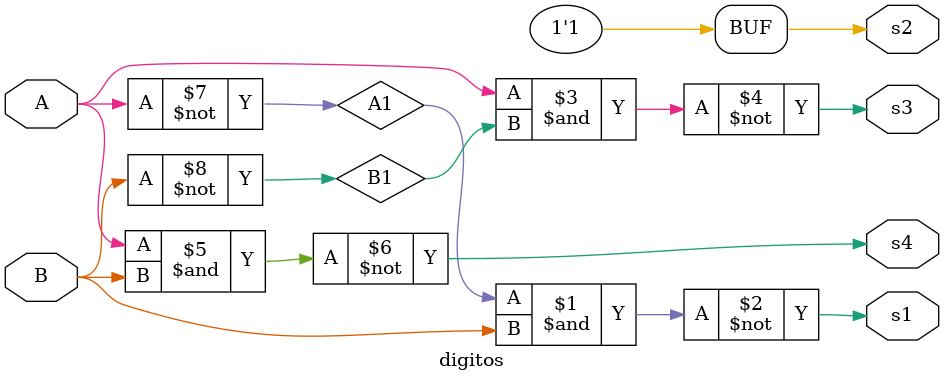
<source format=v>
module digitos(
input A,B,
output s1,s2,s3,s4
);
not not1(A1,A);
not not2(B1,B);
nand and1(s1,A1,B);
not not3(s2,1'b0);
nand and3(s3,A,B1);
nand and4(s4,A,B);
endmodule 

</source>
